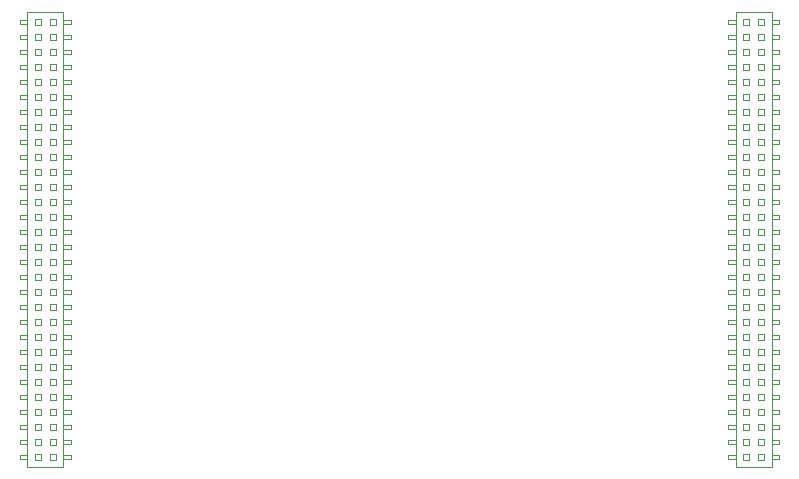
<source format=gbr>
%TF.GenerationSoftware,Altium Limited,Altium Designer,20.0.13 (296)*%
G04 Layer_Color=0*
%FSLAX26Y26*%
%MOIN*%
%TF.FileFunction,Other,Mechanical_16*%
%TF.Part,Single*%
G01*
G75*
%TA.AperFunction,NonConductor*%
%ADD84C,0.003940*%
D84*
X6219528Y4243307D02*
Y4301807D01*
X6339528D01*
Y4243307D02*
Y4301807D01*
X6244528Y4278307D02*
X6264528D01*
X6244528Y4258307D02*
Y4278307D01*
Y4258307D02*
X6264528D01*
Y4278307D01*
X6194528Y4260317D02*
Y4276297D01*
Y4260317D02*
X6219528D01*
X6194528Y4276297D02*
X6219528D01*
Y4193307D02*
Y4243307D01*
X6194528Y4226297D02*
X6219528D01*
X6194528Y4210317D02*
X6219528D01*
X6194528D02*
Y4226297D01*
X6264528Y4208307D02*
Y4228307D01*
X6244528Y4208307D02*
X6264528D01*
X6244528D02*
Y4228307D01*
X6264528D01*
X6219528Y4143307D02*
Y4193307D01*
X6194528Y4176297D02*
X6219528D01*
X6194528Y4160317D02*
Y4176297D01*
X6264528Y4158307D02*
Y4178307D01*
X6244528Y4158307D02*
Y4178307D01*
X6264528D01*
X6294528Y4278307D02*
X6314528D01*
X6294528Y4258307D02*
Y4278307D01*
Y4258307D02*
X6314528D01*
Y4278307D01*
X6364528Y4260317D02*
Y4276297D01*
X6339528Y4260317D02*
X6364528D01*
X6339528Y4276297D02*
X6364528D01*
X6339528Y4193307D02*
Y4243307D01*
Y4210317D02*
X6364528D01*
X6339528Y4226297D02*
X6364528D01*
Y4210317D02*
Y4226297D01*
X6314528Y4208307D02*
Y4228307D01*
X6294528Y4208307D02*
X6314528D01*
X6294528D02*
Y4228307D01*
X6314528D01*
X6339528Y4143307D02*
Y4193307D01*
Y4176297D02*
X6364528D01*
Y4160317D02*
Y4176297D01*
X6314528Y4158307D02*
Y4178307D01*
X6294528Y4158307D02*
Y4178307D01*
X6314528D01*
X6194528Y4160317D02*
X6219528D01*
X6244528Y4158307D02*
X6264528D01*
X6219528Y4093307D02*
Y4143307D01*
X6194528Y4126297D02*
X6219528D01*
X6194528Y4110317D02*
X6219528D01*
X6194528D02*
Y4126297D01*
X6264528Y4108307D02*
Y4128307D01*
X6244528Y4108307D02*
X6264528D01*
X6244528D02*
Y4128307D01*
X6264528D01*
X6219528Y4043307D02*
Y4093307D01*
X6194528Y4076297D02*
X6219528D01*
X6194528Y4060317D02*
X6219528D01*
X6194528D02*
Y4076297D01*
X6264528Y4058307D02*
Y4078307D01*
X6244528Y4058307D02*
X6264528D01*
X6244528D02*
Y4078307D01*
X6264528D01*
X6219528Y3993307D02*
Y4043307D01*
X6339528Y4160317D02*
X6364528D01*
X6294528Y4158307D02*
X6314528D01*
X6339528Y4093307D02*
Y4143307D01*
Y4110317D02*
X6364528D01*
X6339528Y4126297D02*
X6364528D01*
Y4110317D02*
Y4126297D01*
X6314528Y4108307D02*
Y4128307D01*
X6294528Y4108307D02*
X6314528D01*
X6294528D02*
Y4128307D01*
X6314528D01*
X6339528Y4043307D02*
Y4093307D01*
Y4060317D02*
X6364528D01*
X6339528Y4076297D02*
X6364528D01*
Y4060317D02*
Y4076297D01*
X6314528Y4058307D02*
Y4078307D01*
X6294528Y4058307D02*
X6314528D01*
X6294528D02*
Y4078307D01*
X6314528D01*
X6339528Y3993307D02*
Y4043307D01*
X6194528Y4026297D02*
X6219528D01*
X6194528Y4010317D02*
X6219528D01*
X6194528D02*
Y4026297D01*
X6264528Y4008307D02*
Y4028307D01*
X6244528Y4008307D02*
X6264528D01*
X6244528D02*
Y4028307D01*
X6264528D01*
X6219528Y3943307D02*
Y3993307D01*
X6194528Y3976297D02*
X6219528D01*
X6194528Y3960317D02*
X6219528D01*
X6194528D02*
Y3976297D01*
X6264528Y3958307D02*
Y3978307D01*
X6244528Y3958307D02*
X6264528D01*
X6244528D02*
Y3978307D01*
X6264528D01*
X6219528Y3893307D02*
Y3943307D01*
X6194528Y3926297D02*
X6219528D01*
X6194528Y3910317D02*
X6219528D01*
X6194528D02*
Y3926297D01*
X6264528Y3908307D02*
Y3928307D01*
X6244528Y3908307D02*
X6264528D01*
X6244528D02*
Y3928307D01*
X6264528D01*
X6339528Y4010317D02*
X6364528D01*
X6339528Y4026297D02*
X6364528D01*
Y4010317D02*
Y4026297D01*
X6314528Y4008307D02*
Y4028307D01*
X6294528Y4008307D02*
X6314528D01*
X6294528D02*
Y4028307D01*
X6314528D01*
X6339528Y3943307D02*
Y3993307D01*
Y3960317D02*
X6364528D01*
X6339528Y3976297D02*
X6364528D01*
Y3960317D02*
Y3976297D01*
X6314528Y3958307D02*
Y3978307D01*
X6294528Y3958307D02*
X6314528D01*
X6294528D02*
Y3978307D01*
X6314528D01*
X6339528Y3893307D02*
Y3943307D01*
Y3910317D02*
X6364528D01*
X6339528Y3926297D02*
X6364528D01*
Y3910317D02*
Y3926297D01*
X6314528Y3908307D02*
Y3928307D01*
X6294528Y3908307D02*
X6314528D01*
X6294528D02*
Y3928307D01*
X6314528D01*
X6219528Y3843307D02*
Y3893307D01*
X6194528Y3876297D02*
X6219528D01*
X6194528Y3860317D02*
X6219528D01*
X6194528D02*
Y3876297D01*
X6264528Y3858307D02*
Y3878307D01*
X6244528Y3858307D02*
X6264528D01*
X6244528D02*
Y3878307D01*
X6264528D01*
X6219528Y3793307D02*
Y3843307D01*
X6194528Y3826297D02*
X6219528D01*
X6194528Y3810317D02*
X6219528D01*
X6194528D02*
Y3826297D01*
X6264528Y3808307D02*
Y3828307D01*
X6244528Y3808307D02*
X6264528D01*
X6244528D02*
Y3828307D01*
X6264528D01*
X6219528Y3743307D02*
Y3793307D01*
X6194528Y3776297D02*
X6219528D01*
X6194528Y3760317D02*
Y3776297D01*
X6264528Y3758307D02*
Y3778307D01*
X6244528Y3758307D02*
Y3778307D01*
X6264528D01*
X6339528Y3843307D02*
Y3893307D01*
Y3860317D02*
X6364528D01*
X6339528Y3876297D02*
X6364528D01*
Y3860317D02*
Y3876297D01*
X6314528Y3858307D02*
Y3878307D01*
X6294528Y3858307D02*
X6314528D01*
X6294528D02*
Y3878307D01*
X6314528D01*
X6339528Y3793307D02*
Y3843307D01*
Y3810317D02*
X6364528D01*
X6339528Y3826297D02*
X6364528D01*
Y3810317D02*
Y3826297D01*
X6314528Y3808307D02*
Y3828307D01*
X6294528Y3808307D02*
X6314528D01*
X6294528D02*
Y3828307D01*
X6314528D01*
X6339528Y3743307D02*
Y3793307D01*
Y3776297D02*
X6364528D01*
Y3760317D02*
Y3776297D01*
X6314528Y3758307D02*
Y3778307D01*
X6294528Y3758307D02*
Y3778307D01*
X6314528D01*
X6194528Y3760317D02*
X6219528D01*
X6244528Y3758307D02*
X6264528D01*
X6219528Y3693307D02*
Y3743307D01*
X6194528Y3726297D02*
X6219528D01*
X6194528Y3710317D02*
X6219528D01*
X6194528D02*
Y3726297D01*
X6264528Y3708307D02*
Y3728307D01*
X6244528Y3708307D02*
X6264528D01*
X6244528D02*
Y3728307D01*
X6264528D01*
X6219528Y3643307D02*
Y3693307D01*
X6194528Y3676297D02*
X6219528D01*
X6194528Y3660317D02*
X6219528D01*
X6194528D02*
Y3676297D01*
X6264528Y3658307D02*
Y3678307D01*
X6244528Y3658307D02*
X6264528D01*
X6244528D02*
Y3678307D01*
X6264528D01*
X6219528Y3593307D02*
Y3643307D01*
X6339528Y3760317D02*
X6364528D01*
X6294528Y3758307D02*
X6314528D01*
X6339528Y3693307D02*
Y3743307D01*
Y3710317D02*
X6364528D01*
X6339528Y3726297D02*
X6364528D01*
Y3710317D02*
Y3726297D01*
X6314528Y3708307D02*
Y3728307D01*
X6294528Y3708307D02*
X6314528D01*
X6294528D02*
Y3728307D01*
X6314528D01*
X6339528Y3643307D02*
Y3693307D01*
Y3660317D02*
X6364528D01*
X6339528Y3676297D02*
X6364528D01*
Y3660317D02*
Y3676297D01*
X6314528Y3658307D02*
Y3678307D01*
X6294528Y3658307D02*
X6314528D01*
X6294528D02*
Y3678307D01*
X6314528D01*
X6339528Y3593307D02*
Y3643307D01*
X6194528Y3626297D02*
X6219528D01*
X6194528Y3610317D02*
X6219528D01*
X6194528D02*
Y3626297D01*
X6264528Y3608307D02*
Y3628307D01*
X6244528Y3608307D02*
X6264528D01*
X6244528D02*
Y3628307D01*
X6264528D01*
X6219528Y3543307D02*
Y3593307D01*
X6194528Y3576297D02*
X6219528D01*
X6194528Y3560317D02*
X6219528D01*
X6194528D02*
Y3576297D01*
X6264528Y3558307D02*
Y3578307D01*
X6244528Y3558307D02*
X6264528D01*
X6244528D02*
Y3578307D01*
X6264528D01*
X6219528Y3493307D02*
Y3543307D01*
X6194528Y3526297D02*
X6219528D01*
X6194528Y3510317D02*
X6219528D01*
X6194528D02*
Y3526297D01*
X6264528Y3508307D02*
Y3528307D01*
X6244528Y3508307D02*
X6264528D01*
X6244528D02*
Y3528307D01*
X6264528D01*
X6339528Y3610317D02*
X6364528D01*
X6339528Y3626297D02*
X6364528D01*
Y3610317D02*
Y3626297D01*
X6314528Y3608307D02*
Y3628307D01*
X6294528Y3608307D02*
X6314528D01*
X6294528D02*
Y3628307D01*
X6314528D01*
X6339528Y3543307D02*
Y3593307D01*
Y3560317D02*
X6364528D01*
X6339528Y3576297D02*
X6364528D01*
Y3560317D02*
Y3576297D01*
X6314528Y3558307D02*
Y3578307D01*
X6294528Y3558307D02*
X6314528D01*
X6294528D02*
Y3578307D01*
X6314528D01*
X6339528Y3493307D02*
Y3543307D01*
Y3510317D02*
X6364528D01*
X6339528Y3526297D02*
X6364528D01*
Y3510317D02*
Y3526297D01*
X6314528Y3508307D02*
Y3528307D01*
X6294528Y3508307D02*
X6314528D01*
X6294528D02*
Y3528307D01*
X6314528D01*
X6219528Y3443307D02*
Y3493307D01*
X6194528Y3476297D02*
X6219528D01*
X6194528Y3460317D02*
X6219528D01*
X6194528D02*
Y3476297D01*
X6264528Y3458307D02*
Y3478307D01*
X6244528Y3458307D02*
X6264528D01*
X6244528D02*
Y3478307D01*
X6264528D01*
X6219528Y3393307D02*
Y3443307D01*
X6194528Y3426297D02*
X6219528D01*
X6194528Y3410317D02*
X6219528D01*
X6194528D02*
Y3426297D01*
X6264528Y3408307D02*
Y3428307D01*
X6244528Y3408307D02*
X6264528D01*
X6244528D02*
Y3428307D01*
X6264528D01*
X6219528Y3343307D02*
Y3393307D01*
X6194528Y3376297D02*
X6219528D01*
X6194528Y3360317D02*
Y3376297D01*
X6264528Y3358307D02*
Y3378307D01*
X6244528Y3358307D02*
Y3378307D01*
X6264528D01*
X6339528Y3443307D02*
Y3493307D01*
Y3460317D02*
X6364528D01*
X6339528Y3476297D02*
X6364528D01*
Y3460317D02*
Y3476297D01*
X6314528Y3458307D02*
Y3478307D01*
X6294528Y3458307D02*
X6314528D01*
X6294528D02*
Y3478307D01*
X6314528D01*
X6339528Y3393307D02*
Y3443307D01*
Y3410317D02*
X6364528D01*
X6339528Y3426297D02*
X6364528D01*
Y3410317D02*
Y3426297D01*
X6314528Y3408307D02*
Y3428307D01*
X6294528Y3408307D02*
X6314528D01*
X6294528D02*
Y3428307D01*
X6314528D01*
X6339528Y3343307D02*
Y3393307D01*
Y3376297D02*
X6364528D01*
Y3360317D02*
Y3376297D01*
X6314528Y3358307D02*
Y3378307D01*
X6294528Y3358307D02*
Y3378307D01*
X6314528D01*
X6194528Y3360317D02*
X6219528D01*
X6244528Y3358307D02*
X6264528D01*
X6219528Y3293307D02*
Y3343307D01*
X6194528Y3326297D02*
X6219528D01*
X6194528Y3310317D02*
X6219528D01*
X6194528D02*
Y3326297D01*
X6264528Y3308307D02*
Y3328307D01*
X6244528Y3308307D02*
X6264528D01*
X6244528D02*
Y3328307D01*
X6264528D01*
X6219528Y3243307D02*
Y3293307D01*
X6194528Y3276297D02*
X6219528D01*
X6194528Y3260317D02*
X6219528D01*
X6194528D02*
Y3276297D01*
X6264528Y3258307D02*
Y3278307D01*
X6244528Y3258307D02*
X6264528D01*
X6244528D02*
Y3278307D01*
X6264528D01*
X6219528Y3193307D02*
Y3243307D01*
X6339528Y3360317D02*
X6364528D01*
X6294528Y3358307D02*
X6314528D01*
X6339528Y3293307D02*
Y3343307D01*
Y3310317D02*
X6364528D01*
X6339528Y3326297D02*
X6364528D01*
Y3310317D02*
Y3326297D01*
X6314528Y3308307D02*
Y3328307D01*
X6294528Y3308307D02*
X6314528D01*
X6294528D02*
Y3328307D01*
X6314528D01*
X6339528Y3243307D02*
Y3293307D01*
Y3260317D02*
X6364528D01*
X6339528Y3276297D02*
X6364528D01*
Y3260317D02*
Y3276297D01*
X6314528Y3258307D02*
Y3278307D01*
X6294528Y3258307D02*
X6314528D01*
X6294528D02*
Y3278307D01*
X6314528D01*
X6339528Y3193307D02*
Y3243307D01*
X6194528Y3226297D02*
X6219528D01*
X6194528Y3210317D02*
X6219528D01*
X6194528D02*
Y3226297D01*
X6264528Y3208307D02*
Y3228307D01*
X6244528Y3208307D02*
X6264528D01*
X6244528D02*
Y3228307D01*
X6264528D01*
X6219528Y3143307D02*
Y3193307D01*
X6194528Y3176297D02*
X6219528D01*
X6194528Y3160317D02*
X6219528D01*
X6194528D02*
Y3176297D01*
X6264528Y3158307D02*
Y3178307D01*
X6244528Y3158307D02*
X6264528D01*
X6244528D02*
Y3178307D01*
X6264528D01*
X6219528Y3093307D02*
Y3143307D01*
X6194528Y3126297D02*
X6219528D01*
X6194528Y3110317D02*
X6219528D01*
X6194528D02*
Y3126297D01*
X6264528Y3108307D02*
Y3128307D01*
X6244528Y3108307D02*
Y3128307D01*
X6264528D01*
X6339528Y3210317D02*
X6364528D01*
X6339528Y3226297D02*
X6364528D01*
Y3210317D02*
Y3226297D01*
X6314528Y3208307D02*
Y3228307D01*
X6294528Y3208307D02*
X6314528D01*
X6294528D02*
Y3228307D01*
X6314528D01*
X6339528Y3143307D02*
Y3193307D01*
Y3160317D02*
X6364528D01*
X6339528Y3176297D02*
X6364528D01*
Y3160317D02*
Y3176297D01*
X6314528Y3158307D02*
Y3178307D01*
X6294528Y3158307D02*
X6314528D01*
X6294528D02*
Y3178307D01*
X6314528D01*
X6339528Y3093307D02*
Y3143307D01*
Y3110317D02*
X6364528D01*
X6339528Y3126297D02*
X6364528D01*
Y3110317D02*
Y3126297D01*
X6314528Y3108307D02*
Y3128307D01*
X6294528Y3108307D02*
Y3128307D01*
X6314528D01*
X6244528Y3108307D02*
X6264528D01*
X6219528Y3043307D02*
Y3093307D01*
X6194528Y3076297D02*
X6219528D01*
X6194528Y3060317D02*
X6219528D01*
X6194528D02*
Y3076297D01*
X6264528Y3058307D02*
Y3078307D01*
X6244528Y3058307D02*
X6264528D01*
X6244528D02*
Y3078307D01*
X6264528D01*
X6219528Y2993307D02*
Y3043307D01*
X6194528Y3026297D02*
X6219528D01*
X6194528Y3010317D02*
X6219528D01*
X6194528D02*
Y3026297D01*
X6264528Y3008307D02*
Y3028307D01*
X6244528Y3008307D02*
X6264528D01*
X6244528D02*
Y3028307D01*
X6264528D01*
X6219528Y2943307D02*
Y2993307D01*
X6264528Y2958307D02*
Y2978307D01*
X6244528Y2958307D02*
Y2978307D01*
X6264528D01*
X6294528Y3108307D02*
X6314528D01*
X6339528Y3043307D02*
Y3093307D01*
Y3060317D02*
X6364528D01*
X6339528Y3076297D02*
X6364528D01*
Y3060317D02*
Y3076297D01*
X6314528Y3058307D02*
Y3078307D01*
X6294528Y3058307D02*
X6314528D01*
X6294528D02*
Y3078307D01*
X6314528D01*
X6339528Y2993307D02*
Y3043307D01*
Y3010317D02*
X6364528D01*
X6339528Y3026297D02*
X6364528D01*
Y3010317D02*
Y3026297D01*
X6314528Y3008307D02*
Y3028307D01*
X6294528Y3008307D02*
X6314528D01*
X6294528D02*
Y3028307D01*
X6314528D01*
X6339528Y2943307D02*
Y2993307D01*
X6314528Y2958307D02*
Y2978307D01*
X6294528Y2958307D02*
Y2978307D01*
X6314528D01*
X6194528Y2976297D02*
X6219528D01*
X6194528Y2960317D02*
X6219528D01*
X6194528D02*
Y2976297D01*
X6244528Y2958307D02*
X6264528D01*
X6219528Y2893307D02*
Y2943307D01*
X6194528Y2926297D02*
X6219528D01*
X6194528Y2910317D02*
X6219528D01*
X6194528D02*
Y2926297D01*
X6264528Y2908307D02*
Y2928307D01*
X6244528Y2908307D02*
X6264528D01*
X6244528D02*
Y2928307D01*
X6264528D01*
X6219528Y2843307D02*
Y2893307D01*
X6194528Y2876297D02*
X6219528D01*
X6194528Y2860317D02*
X6219528D01*
X6194528D02*
Y2876297D01*
X6264528Y2858307D02*
Y2878307D01*
X6244528Y2858307D02*
X6264528D01*
X6244528D02*
Y2878307D01*
X6264528D01*
X6339528Y2960317D02*
X6364528D01*
X6339528Y2976297D02*
X6364528D01*
Y2960317D02*
Y2976297D01*
X6294528Y2958307D02*
X6314528D01*
X6339528Y2893307D02*
Y2943307D01*
Y2910317D02*
X6364528D01*
X6339528Y2926297D02*
X6364528D01*
Y2910317D02*
Y2926297D01*
X6314528Y2908307D02*
Y2928307D01*
X6294528Y2908307D02*
X6314528D01*
X6294528D02*
Y2928307D01*
X6314528D01*
X6339528Y2843307D02*
Y2893307D01*
Y2860317D02*
X6364528D01*
X6339528Y2876297D02*
X6364528D01*
Y2860317D02*
Y2876297D01*
X6314528Y2858307D02*
Y2878307D01*
X6294528Y2858307D02*
X6314528D01*
X6294528D02*
Y2878307D01*
X6314528D01*
X6219528Y2784807D02*
Y2843307D01*
X6194528Y2810317D02*
Y2826297D01*
X6219528Y2784807D02*
X6339528D01*
X6244528Y2828307D02*
X6264528D01*
X6244528Y2808307D02*
Y2828307D01*
Y2808307D02*
X6264528D01*
Y2828307D01*
X6194528Y2826297D02*
X6219528D01*
X6194528Y2810317D02*
X6219528D01*
X6339528Y2784807D02*
Y2843307D01*
X6294528Y2828307D02*
X6314528D01*
X6294528Y2808307D02*
Y2828307D01*
Y2808307D02*
X6314528D01*
Y2828307D01*
X6364528Y2810317D02*
Y2826297D01*
X6339528D02*
X6364528D01*
X6339528Y2810317D02*
X6364528D01*
X3857323Y4243307D02*
Y4301807D01*
X3977323D01*
Y4243307D02*
Y4301807D01*
X3882323Y4278307D02*
X3902323D01*
X3882323Y4258307D02*
Y4278307D01*
Y4258307D02*
X3902323D01*
Y4278307D01*
X3832323Y4260317D02*
Y4276297D01*
Y4260317D02*
X3857323D01*
X3832323Y4276297D02*
X3857323D01*
Y4193307D02*
Y4243307D01*
X3832323Y4226297D02*
X3857323D01*
X3832323Y4210317D02*
X3857323D01*
X3832323D02*
Y4226297D01*
X3902323Y4208307D02*
Y4228307D01*
X3882323Y4208307D02*
X3902323D01*
X3882323D02*
Y4228307D01*
X3902323D01*
X3857323Y4143307D02*
Y4193307D01*
X3832323Y4176297D02*
X3857323D01*
X3832323Y4160317D02*
Y4176297D01*
X3902323Y4158307D02*
Y4178307D01*
X3882323Y4158307D02*
Y4178307D01*
X3902323D01*
X3932323Y4278307D02*
X3952323D01*
X3932323Y4258307D02*
Y4278307D01*
Y4258307D02*
X3952323D01*
Y4278307D01*
X4002323Y4260317D02*
Y4276297D01*
X3977323Y4260317D02*
X4002323D01*
X3977323Y4276297D02*
X4002323D01*
X3977323Y4193307D02*
Y4243307D01*
Y4210317D02*
X4002323D01*
X3977323Y4226297D02*
X4002323D01*
Y4210317D02*
Y4226297D01*
X3952323Y4208307D02*
Y4228307D01*
X3932323Y4208307D02*
X3952323D01*
X3932323D02*
Y4228307D01*
X3952323D01*
X3977323Y4143307D02*
Y4193307D01*
Y4176297D02*
X4002323D01*
Y4160317D02*
Y4176297D01*
X3952323Y4158307D02*
Y4178307D01*
X3932323Y4158307D02*
Y4178307D01*
X3952323D01*
X3832323Y4160317D02*
X3857323D01*
X3882323Y4158307D02*
X3902323D01*
X3857323Y4093307D02*
Y4143307D01*
X3832323Y4126297D02*
X3857323D01*
X3832323Y4110317D02*
X3857323D01*
X3832323D02*
Y4126297D01*
X3902323Y4108307D02*
Y4128307D01*
X3882323Y4108307D02*
X3902323D01*
X3882323D02*
Y4128307D01*
X3902323D01*
X3857323Y4043307D02*
Y4093307D01*
X3832323Y4076297D02*
X3857323D01*
X3832323Y4060317D02*
X3857323D01*
X3832323D02*
Y4076297D01*
X3902323Y4058307D02*
Y4078307D01*
X3882323Y4058307D02*
X3902323D01*
X3882323D02*
Y4078307D01*
X3902323D01*
X3857323Y3993307D02*
Y4043307D01*
X3977323Y4160317D02*
X4002323D01*
X3932323Y4158307D02*
X3952323D01*
X3977323Y4093307D02*
Y4143307D01*
Y4110317D02*
X4002323D01*
X3977323Y4126297D02*
X4002323D01*
Y4110317D02*
Y4126297D01*
X3952323Y4108307D02*
Y4128307D01*
X3932323Y4108307D02*
X3952323D01*
X3932323D02*
Y4128307D01*
X3952323D01*
X3977323Y4043307D02*
Y4093307D01*
Y4060317D02*
X4002323D01*
X3977323Y4076297D02*
X4002323D01*
Y4060317D02*
Y4076297D01*
X3952323Y4058307D02*
Y4078307D01*
X3932323Y4058307D02*
X3952323D01*
X3932323D02*
Y4078307D01*
X3952323D01*
X3977323Y3993307D02*
Y4043307D01*
X3832323Y4026297D02*
X3857323D01*
X3832323Y4010317D02*
X3857323D01*
X3832323D02*
Y4026297D01*
X3902323Y4008307D02*
Y4028307D01*
X3882323Y4008307D02*
X3902323D01*
X3882323D02*
Y4028307D01*
X3902323D01*
X3857323Y3943307D02*
Y3993307D01*
X3832323Y3976297D02*
X3857323D01*
X3832323Y3960317D02*
X3857323D01*
X3832323D02*
Y3976297D01*
X3902323Y3958307D02*
Y3978307D01*
X3882323Y3958307D02*
X3902323D01*
X3882323D02*
Y3978307D01*
X3902323D01*
X3857323Y3893307D02*
Y3943307D01*
X3832323Y3926297D02*
X3857323D01*
X3832323Y3910317D02*
X3857323D01*
X3832323D02*
Y3926297D01*
X3902323Y3908307D02*
Y3928307D01*
X3882323Y3908307D02*
X3902323D01*
X3882323D02*
Y3928307D01*
X3902323D01*
X3977323Y4010317D02*
X4002323D01*
X3977323Y4026297D02*
X4002323D01*
Y4010317D02*
Y4026297D01*
X3952323Y4008307D02*
Y4028307D01*
X3932323Y4008307D02*
X3952323D01*
X3932323D02*
Y4028307D01*
X3952323D01*
X3977323Y3943307D02*
Y3993307D01*
Y3960317D02*
X4002323D01*
X3977323Y3976297D02*
X4002323D01*
Y3960317D02*
Y3976297D01*
X3952323Y3958307D02*
Y3978307D01*
X3932323Y3958307D02*
X3952323D01*
X3932323D02*
Y3978307D01*
X3952323D01*
X3977323Y3893307D02*
Y3943307D01*
Y3910317D02*
X4002323D01*
X3977323Y3926297D02*
X4002323D01*
Y3910317D02*
Y3926297D01*
X3952323Y3908307D02*
Y3928307D01*
X3932323Y3908307D02*
X3952323D01*
X3932323D02*
Y3928307D01*
X3952323D01*
X3857323Y3843307D02*
Y3893307D01*
X3832323Y3876297D02*
X3857323D01*
X3832323Y3860317D02*
X3857323D01*
X3832323D02*
Y3876297D01*
X3902323Y3858307D02*
Y3878307D01*
X3882323Y3858307D02*
X3902323D01*
X3882323D02*
Y3878307D01*
X3902323D01*
X3857323Y3793307D02*
Y3843307D01*
X3832323Y3826297D02*
X3857323D01*
X3832323Y3810317D02*
X3857323D01*
X3832323D02*
Y3826297D01*
X3902323Y3808307D02*
Y3828307D01*
X3882323Y3808307D02*
X3902323D01*
X3882323D02*
Y3828307D01*
X3902323D01*
X3857323Y3743307D02*
Y3793307D01*
X3832323Y3776297D02*
X3857323D01*
X3832323Y3760317D02*
Y3776297D01*
X3902323Y3758307D02*
Y3778307D01*
X3882323Y3758307D02*
Y3778307D01*
X3902323D01*
X3977323Y3843307D02*
Y3893307D01*
Y3860317D02*
X4002323D01*
X3977323Y3876297D02*
X4002323D01*
Y3860317D02*
Y3876297D01*
X3952323Y3858307D02*
Y3878307D01*
X3932323Y3858307D02*
X3952323D01*
X3932323D02*
Y3878307D01*
X3952323D01*
X3977323Y3793307D02*
Y3843307D01*
Y3810317D02*
X4002323D01*
X3977323Y3826297D02*
X4002323D01*
Y3810317D02*
Y3826297D01*
X3952323Y3808307D02*
Y3828307D01*
X3932323Y3808307D02*
X3952323D01*
X3932323D02*
Y3828307D01*
X3952323D01*
X3977323Y3743307D02*
Y3793307D01*
Y3776297D02*
X4002323D01*
Y3760317D02*
Y3776297D01*
X3952323Y3758307D02*
Y3778307D01*
X3932323Y3758307D02*
Y3778307D01*
X3952323D01*
X3832323Y3760317D02*
X3857323D01*
X3882323Y3758307D02*
X3902323D01*
X3857323Y3693307D02*
Y3743307D01*
X3832323Y3726297D02*
X3857323D01*
X3832323Y3710317D02*
X3857323D01*
X3832323D02*
Y3726297D01*
X3902323Y3708307D02*
Y3728307D01*
X3882323Y3708307D02*
X3902323D01*
X3882323D02*
Y3728307D01*
X3902323D01*
X3857323Y3643307D02*
Y3693307D01*
X3832323Y3676297D02*
X3857323D01*
X3832323Y3660317D02*
X3857323D01*
X3832323D02*
Y3676297D01*
X3902323Y3658307D02*
Y3678307D01*
X3882323Y3658307D02*
X3902323D01*
X3882323D02*
Y3678307D01*
X3902323D01*
X3857323Y3593307D02*
Y3643307D01*
X3977323Y3760317D02*
X4002323D01*
X3932323Y3758307D02*
X3952323D01*
X3977323Y3693307D02*
Y3743307D01*
Y3710317D02*
X4002323D01*
X3977323Y3726297D02*
X4002323D01*
Y3710317D02*
Y3726297D01*
X3952323Y3708307D02*
Y3728307D01*
X3932323Y3708307D02*
X3952323D01*
X3932323D02*
Y3728307D01*
X3952323D01*
X3977323Y3643307D02*
Y3693307D01*
Y3660317D02*
X4002323D01*
X3977323Y3676297D02*
X4002323D01*
Y3660317D02*
Y3676297D01*
X3952323Y3658307D02*
Y3678307D01*
X3932323Y3658307D02*
X3952323D01*
X3932323D02*
Y3678307D01*
X3952323D01*
X3977323Y3593307D02*
Y3643307D01*
X3832323Y3626297D02*
X3857323D01*
X3832323Y3610317D02*
X3857323D01*
X3832323D02*
Y3626297D01*
X3902323Y3608307D02*
Y3628307D01*
X3882323Y3608307D02*
X3902323D01*
X3882323D02*
Y3628307D01*
X3902323D01*
X3857323Y3543307D02*
Y3593307D01*
X3832323Y3576297D02*
X3857323D01*
X3832323Y3560317D02*
X3857323D01*
X3832323D02*
Y3576297D01*
X3902323Y3558307D02*
Y3578307D01*
X3882323Y3558307D02*
X3902323D01*
X3882323D02*
Y3578307D01*
X3902323D01*
X3857323Y3493307D02*
Y3543307D01*
X3832323Y3526297D02*
X3857323D01*
X3832323Y3510317D02*
X3857323D01*
X3832323D02*
Y3526297D01*
X3902323Y3508307D02*
Y3528307D01*
X3882323Y3508307D02*
X3902323D01*
X3882323D02*
Y3528307D01*
X3902323D01*
X3977323Y3610317D02*
X4002323D01*
X3977323Y3626297D02*
X4002323D01*
Y3610317D02*
Y3626297D01*
X3952323Y3608307D02*
Y3628307D01*
X3932323Y3608307D02*
X3952323D01*
X3932323D02*
Y3628307D01*
X3952323D01*
X3977323Y3543307D02*
Y3593307D01*
Y3560317D02*
X4002323D01*
X3977323Y3576297D02*
X4002323D01*
Y3560317D02*
Y3576297D01*
X3952323Y3558307D02*
Y3578307D01*
X3932323Y3558307D02*
X3952323D01*
X3932323D02*
Y3578307D01*
X3952323D01*
X3977323Y3493307D02*
Y3543307D01*
Y3510317D02*
X4002323D01*
X3977323Y3526297D02*
X4002323D01*
Y3510317D02*
Y3526297D01*
X3952323Y3508307D02*
Y3528307D01*
X3932323Y3508307D02*
X3952323D01*
X3932323D02*
Y3528307D01*
X3952323D01*
X3857323Y3443307D02*
Y3493307D01*
X3832323Y3476297D02*
X3857323D01*
X3832323Y3460317D02*
X3857323D01*
X3832323D02*
Y3476297D01*
X3902323Y3458307D02*
Y3478307D01*
X3882323Y3458307D02*
X3902323D01*
X3882323D02*
Y3478307D01*
X3902323D01*
X3857323Y3393307D02*
Y3443307D01*
X3832323Y3426297D02*
X3857323D01*
X3832323Y3410317D02*
X3857323D01*
X3832323D02*
Y3426297D01*
X3902323Y3408307D02*
Y3428307D01*
X3882323Y3408307D02*
X3902323D01*
X3882323D02*
Y3428307D01*
X3902323D01*
X3857323Y3343307D02*
Y3393307D01*
X3832323Y3376297D02*
X3857323D01*
X3832323Y3360317D02*
Y3376297D01*
X3902323Y3358307D02*
Y3378307D01*
X3882323Y3358307D02*
Y3378307D01*
X3902323D01*
X3977323Y3443307D02*
Y3493307D01*
Y3460317D02*
X4002323D01*
X3977323Y3476297D02*
X4002323D01*
Y3460317D02*
Y3476297D01*
X3952323Y3458307D02*
Y3478307D01*
X3932323Y3458307D02*
X3952323D01*
X3932323D02*
Y3478307D01*
X3952323D01*
X3977323Y3393307D02*
Y3443307D01*
Y3410317D02*
X4002323D01*
X3977323Y3426297D02*
X4002323D01*
Y3410317D02*
Y3426297D01*
X3952323Y3408307D02*
Y3428307D01*
X3932323Y3408307D02*
X3952323D01*
X3932323D02*
Y3428307D01*
X3952323D01*
X3977323Y3343307D02*
Y3393307D01*
Y3376297D02*
X4002323D01*
Y3360317D02*
Y3376297D01*
X3952323Y3358307D02*
Y3378307D01*
X3932323Y3358307D02*
Y3378307D01*
X3952323D01*
X3832323Y3360317D02*
X3857323D01*
X3882323Y3358307D02*
X3902323D01*
X3857323Y3293307D02*
Y3343307D01*
X3832323Y3326297D02*
X3857323D01*
X3832323Y3310317D02*
X3857323D01*
X3832323D02*
Y3326297D01*
X3902323Y3308307D02*
Y3328307D01*
X3882323Y3308307D02*
X3902323D01*
X3882323D02*
Y3328307D01*
X3902323D01*
X3857323Y3243307D02*
Y3293307D01*
X3832323Y3276297D02*
X3857323D01*
X3832323Y3260317D02*
X3857323D01*
X3832323D02*
Y3276297D01*
X3902323Y3258307D02*
Y3278307D01*
X3882323Y3258307D02*
X3902323D01*
X3882323D02*
Y3278307D01*
X3902323D01*
X3857323Y3193307D02*
Y3243307D01*
X3977323Y3360317D02*
X4002323D01*
X3932323Y3358307D02*
X3952323D01*
X3977323Y3293307D02*
Y3343307D01*
Y3310317D02*
X4002323D01*
X3977323Y3326297D02*
X4002323D01*
Y3310317D02*
Y3326297D01*
X3952323Y3308307D02*
Y3328307D01*
X3932323Y3308307D02*
X3952323D01*
X3932323D02*
Y3328307D01*
X3952323D01*
X3977323Y3243307D02*
Y3293307D01*
Y3260317D02*
X4002323D01*
X3977323Y3276297D02*
X4002323D01*
Y3260317D02*
Y3276297D01*
X3952323Y3258307D02*
Y3278307D01*
X3932323Y3258307D02*
X3952323D01*
X3932323D02*
Y3278307D01*
X3952323D01*
X3977323Y3193307D02*
Y3243307D01*
X3832323Y3226297D02*
X3857323D01*
X3832323Y3210317D02*
X3857323D01*
X3832323D02*
Y3226297D01*
X3902323Y3208307D02*
Y3228307D01*
X3882323Y3208307D02*
X3902323D01*
X3882323D02*
Y3228307D01*
X3902323D01*
X3857323Y3143307D02*
Y3193307D01*
X3832323Y3176297D02*
X3857323D01*
X3832323Y3160317D02*
X3857323D01*
X3832323D02*
Y3176297D01*
X3902323Y3158307D02*
Y3178307D01*
X3882323Y3158307D02*
X3902323D01*
X3882323D02*
Y3178307D01*
X3902323D01*
X3857323Y3093307D02*
Y3143307D01*
X3832323Y3126297D02*
X3857323D01*
X3832323Y3110317D02*
X3857323D01*
X3832323D02*
Y3126297D01*
X3902323Y3108307D02*
Y3128307D01*
X3882323Y3108307D02*
Y3128307D01*
X3902323D01*
X3977323Y3210317D02*
X4002323D01*
X3977323Y3226297D02*
X4002323D01*
Y3210317D02*
Y3226297D01*
X3952323Y3208307D02*
Y3228307D01*
X3932323Y3208307D02*
X3952323D01*
X3932323D02*
Y3228307D01*
X3952323D01*
X3977323Y3143307D02*
Y3193307D01*
Y3160317D02*
X4002323D01*
X3977323Y3176297D02*
X4002323D01*
Y3160317D02*
Y3176297D01*
X3952323Y3158307D02*
Y3178307D01*
X3932323Y3158307D02*
X3952323D01*
X3932323D02*
Y3178307D01*
X3952323D01*
X3977323Y3093307D02*
Y3143307D01*
Y3110317D02*
X4002323D01*
X3977323Y3126297D02*
X4002323D01*
Y3110317D02*
Y3126297D01*
X3952323Y3108307D02*
Y3128307D01*
X3932323Y3108307D02*
Y3128307D01*
X3952323D01*
X3882323Y3108307D02*
X3902323D01*
X3857323Y3043307D02*
Y3093307D01*
X3832323Y3076297D02*
X3857323D01*
X3832323Y3060317D02*
X3857323D01*
X3832323D02*
Y3076297D01*
X3902323Y3058307D02*
Y3078307D01*
X3882323Y3058307D02*
X3902323D01*
X3882323D02*
Y3078307D01*
X3902323D01*
X3857323Y2993307D02*
Y3043307D01*
X3832323Y3026297D02*
X3857323D01*
X3832323Y3010317D02*
X3857323D01*
X3832323D02*
Y3026297D01*
X3902323Y3008307D02*
Y3028307D01*
X3882323Y3008307D02*
X3902323D01*
X3882323D02*
Y3028307D01*
X3902323D01*
X3857323Y2943307D02*
Y2993307D01*
X3902323Y2958307D02*
Y2978307D01*
X3882323Y2958307D02*
Y2978307D01*
X3902323D01*
X3932323Y3108307D02*
X3952323D01*
X3977323Y3043307D02*
Y3093307D01*
Y3060317D02*
X4002323D01*
X3977323Y3076297D02*
X4002323D01*
Y3060317D02*
Y3076297D01*
X3952323Y3058307D02*
Y3078307D01*
X3932323Y3058307D02*
X3952323D01*
X3932323D02*
Y3078307D01*
X3952323D01*
X3977323Y2993307D02*
Y3043307D01*
Y3010317D02*
X4002323D01*
X3977323Y3026297D02*
X4002323D01*
Y3010317D02*
Y3026297D01*
X3952323Y3008307D02*
Y3028307D01*
X3932323Y3008307D02*
X3952323D01*
X3932323D02*
Y3028307D01*
X3952323D01*
X3977323Y2943307D02*
Y2993307D01*
X3952323Y2958307D02*
Y2978307D01*
X3932323Y2958307D02*
Y2978307D01*
X3952323D01*
X3832323Y2976297D02*
X3857323D01*
X3832323Y2960317D02*
X3857323D01*
X3832323D02*
Y2976297D01*
X3882323Y2958307D02*
X3902323D01*
X3857323Y2893307D02*
Y2943307D01*
X3832323Y2926297D02*
X3857323D01*
X3832323Y2910317D02*
X3857323D01*
X3832323D02*
Y2926297D01*
X3902323Y2908307D02*
Y2928307D01*
X3882323Y2908307D02*
X3902323D01*
X3882323D02*
Y2928307D01*
X3902323D01*
X3857323Y2843307D02*
Y2893307D01*
X3832323Y2876297D02*
X3857323D01*
X3832323Y2860317D02*
X3857323D01*
X3832323D02*
Y2876297D01*
X3902323Y2858307D02*
Y2878307D01*
X3882323Y2858307D02*
X3902323D01*
X3882323D02*
Y2878307D01*
X3902323D01*
X3977323Y2960317D02*
X4002323D01*
X3977323Y2976297D02*
X4002323D01*
Y2960317D02*
Y2976297D01*
X3932323Y2958307D02*
X3952323D01*
X3977323Y2893307D02*
Y2943307D01*
Y2910317D02*
X4002323D01*
X3977323Y2926297D02*
X4002323D01*
Y2910317D02*
Y2926297D01*
X3952323Y2908307D02*
Y2928307D01*
X3932323Y2908307D02*
X3952323D01*
X3932323D02*
Y2928307D01*
X3952323D01*
X3977323Y2843307D02*
Y2893307D01*
Y2860317D02*
X4002323D01*
X3977323Y2876297D02*
X4002323D01*
Y2860317D02*
Y2876297D01*
X3952323Y2858307D02*
Y2878307D01*
X3932323Y2858307D02*
X3952323D01*
X3932323D02*
Y2878307D01*
X3952323D01*
X3857323Y2784807D02*
Y2843307D01*
X3832323Y2810317D02*
Y2826297D01*
X3857323Y2784807D02*
X3977323D01*
X3882323Y2828307D02*
X3902323D01*
X3882323Y2808307D02*
Y2828307D01*
Y2808307D02*
X3902323D01*
Y2828307D01*
X3832323Y2826297D02*
X3857323D01*
X3832323Y2810317D02*
X3857323D01*
X3977323Y2784807D02*
Y2843307D01*
X3932323Y2828307D02*
X3952323D01*
X3932323Y2808307D02*
Y2828307D01*
Y2808307D02*
X3952323D01*
Y2828307D01*
X4002323Y2810317D02*
Y2826297D01*
X3977323D02*
X4002323D01*
X3977323Y2810317D02*
X4002323D01*
%TF.MD5,f38190d59471cca88c5d107022b275a8*%
M02*

</source>
